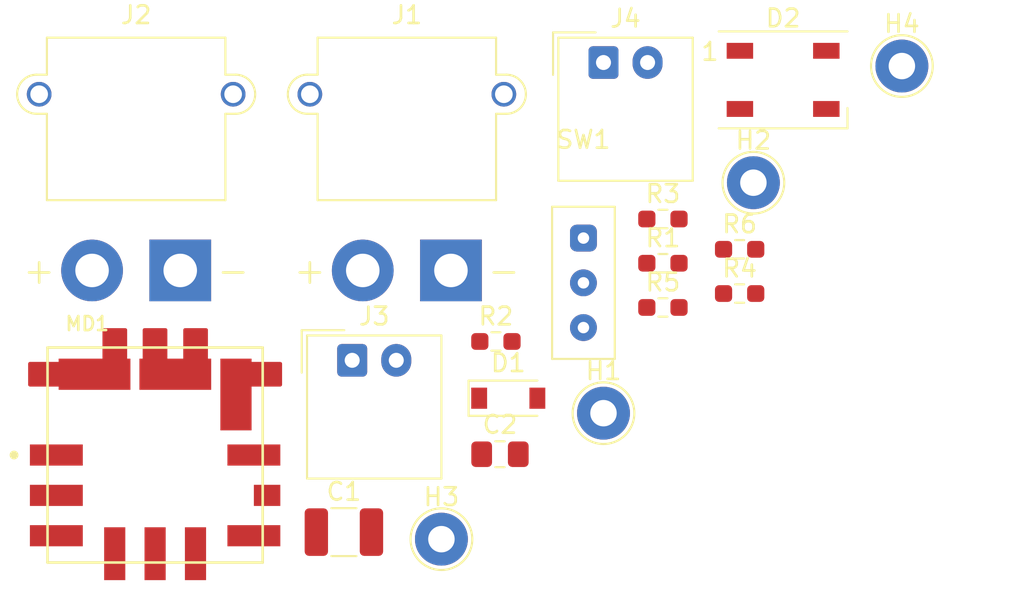
<source format=kicad_pcb>
(kicad_pcb (version 20211014) (generator pcbnew)
  (layers (0 "F.Cu" signal) (31 "B.Cu" signal) (34 "B.Paste" user) (35 "F.Paste" user) (36 "B.SilkS" user "B.Silkscreen") (37 "F.SilkS" user "F.Silkscreen") (38 "B.Mask" user) (39 "F.Mask" user) (44 "Edge.Cuts" user))
  (net 0 "")
  (net 1 "+12V")
  (net 2 "GND")
  (net 3 "+5V")
  (net 4 "DOUT")
  (net 5 "LED_Board")
  (net 6 "DIN")
  (net 7 "Net-(MD1-Pad1)")
  (net 8 "Net-(MD1-Pad6)")
  (net 11 "Net-(MD1-Pad10)")
  (net 14 "Net-(R3-Pad2)")
  (net 15 "Net-(R4-Pad1)")
  (footprint "Connector_AMASS:AMASS_XT30PW-M_1x02_P2.50mm_Horizontal" (layer "F.Cu") (at 96.72 73.15)
    (fp_text reference "J2" (at -2.5 -14.5) (layer "F.SilkS"))
    (fp_text value "Conn_01x02_Female")
    (fp_text user "+" (at -8 0) (layer "F.SilkS") (effects (font (size 1.5 1.5))))
    (fp_text user "-" (at 3 0) (layer "F.SilkS") (effects (font (size 1.5 1.5))))
    (fp_line (start 2.56 -8.89) (end 3.15 -8.89) (layer "F.SilkS") (width 0.12))
    (fp_line (start 2.56 -11.11) (end 3.15 -11.11) (layer "F.SilkS") (width 0.12))
    (fp_line (start -7.56 -8.89) (end -7.56 -3.99) (layer "F.SilkS") (width 0.12))
    (fp_line (start -8.15 -8.89) (end -7.56 -8.89) (layer "F.SilkS") (width 0.12))
    (fp_line (start -7.56 -13.21) (end -7.56 -11.11) (layer "F.SilkS") (width 0.12))
    (fp_line (start -7.56 -3.99) (end 2.56 -3.99) (layer "F.SilkS") (width 0.12))
    (fp_line (start -7.56 -13.21) (end 2.56 -13.21) (layer "F.SilkS") (width 0.12))
    (fp_line (start 2.56 -8.89) (end 2.56 -3.99) (layer "F.SilkS") (width 0.12))
    (fp_line (start -8.15 -11.11) (end -7.56 -11.11) (layer "F.SilkS") (width 0.12))
    (fp_line (start 2.56 -13.21) (end 2.56 -11.11) (layer "F.SilkS") (width 0.12))
    (fp_arc (start 3.15 -11.11) (mid 4.26 -10) (end 3.15 -8.89) (layer "F.SilkS") (width 0.12))
    (fp_arc (start -8.15 -8.89) (mid -9.26 -10) (end -8.15 -11.11) (layer "F.SilkS") (width 0.12))
    (pad "" thru_hole circle (at 3 -10) (size 1.4 1.4) (drill 1) (layers *.Cu *.Mask))
    (pad "" thru_hole circle (at -8 -10) (size 1.4 1.4) (drill 1) (layers *.Cu *.Mask))
    (pad "1" thru_hole rect (at 0 0) (size 3.5 3.5) (drill 1.9) (layers *.Cu *.Mask) (net 2 "GND"))
    (pad "2" thru_hole circle (at -5 0) (size 3.5 3.5) (drill 1.9) (layers *.Cu *.Mask) (net 1 "+12V"))
  )
  (footprint "TestPoint:TestPoint_THTPad_D3.0mm_Drill1.5mm" (layer "F.Cu") (at 120.72 81.25)
    (fp_text reference "H1" (at 0 -2.398) (layer "F.SilkS"))
    (fp_text value "MountingHole_Pad")
    (fp_circle (center 0 0) (end 0 1.75) (layer "F.SilkS") (width 0.12) (fill none))
    (pad "1" thru_hole circle (at 0 0) (size 3 3) (drill 1.5) (layers *.Cu *.Mask) (net 5 "LED_Board"))
  )
  (footprint "Resistor_SMD:R_0603_1608Metric_Pad0.98x0.95mm_HandSolder" (layer "F.Cu") (at 124.09 72.74)
    (fp_text reference "R1" (at 0 -1.43) (layer "F.SilkS"))
    (fp_text value "10k")
    (fp_line (start -0.254724 0.5225) (end 0.254724 0.5225) (layer "F.SilkS") (width 0.12))
    (fp_line (start -0.254724 -0.5225) (end 0.254724 -0.5225) (layer "F.SilkS") (width 0.12))
    (pad "1" smd roundrect (at -0.9125 0) (size 0.975 0.95) (layers "F.Cu" "F.Paste" "F.Mask") (net 1 "+12V"))
    (pad "2" smd roundrect (at 0.9125 0) (size 0.975 0.95) (layers "F.Cu" "F.Paste" "F.Mask") (net 7 "Net-(MD1-Pad1)"))
  )
  (footprint "Capacitor_SMD:C_1210_3225Metric_Pad1.33x2.70mm_HandSolder" (layer "F.Cu") (at 106 88)
    (fp_text reference "C1" (at 0 -2.3) (layer "F.SilkS"))
    (fp_text value "22uF")
    (fp_line (start -0.711252 1.36) (end 0.711252 1.36) (layer "F.SilkS") (width 0.12))
    (fp_line (start -0.711252 -1.36) (end 0.711252 -1.36) (layer "F.SilkS") (width 0.12))
    (pad "1" smd roundrect (at -1.5625 0) (size 1.325 2.7) (layers "F.Cu" "F.Paste" "F.Mask") (roundrect_rratio 0.188679) (net 1 "+12V"))
    (pad "2" smd roundrect (at 1.5625 0) (size 1.325 2.7) (layers "F.Cu" "F.Paste" "F.Mask") (roundrect_rratio 0.188679) (net 2 "GND"))
  )
  (footprint "Connector_AMASS:AMASS_XT30PW-M_1x02_P2.50mm_Horizontal" (layer "F.Cu") (at 112.07 73.15)
    (fp_text reference "J1" (at -2.5 -14.5) (layer "F.SilkS"))
    (fp_text value "Conn_01x02_Female")
    (fp_text user "+" (at -8 0) (layer "F.SilkS") (effects (font (size 1.5 1.5))))
    (fp_text user "-" (at 3 0) (layer "F.SilkS") (effects (font (size 1.5 1.5))))
    (fp_line (start 2.56 -11.11) (end 3.15 -11.11) (layer "F.SilkS") (width 0.12))
    (fp_line (start -7.56 -8.89) (end -7.56 -3.99) (layer "F.SilkS") (width 0.12))
    (fp_line (start 2.56 -8.89) (end 3.15 -8.89) (layer "F.SilkS") (width 0.12))
    (fp_line (start 2.56 -13.21) (end 2.56 -11.11) (layer "F.SilkS") (width 0.12))
    (fp_line (start -7.56 -3.99) (end 2.56 -3.99) (layer "F.SilkS") (width 0.12))
    (fp_line (start -7.56 -13.21) (end 2.56 -13.21) (layer "F.SilkS") (width 0.12))
    (fp_line (start -8.15 -11.11) (end -7.56 -11.11) (layer "F.SilkS") (width 0.12))
    (fp_line (start -7.56 -13.21) (end -7.56 -11.11) (layer "F.SilkS") (width 0.12))
    (fp_line (start 2.56 -8.89) (end 2.56 -3.99) (layer "F.SilkS") (width 0.12))
    (fp_line (start -8.15 -8.89) (end -7.56 -8.89) (layer "F.SilkS") (width 0.12))
    (fp_arc (start -8.15 -8.89) (mid -9.26 -10) (end -8.15 -11.11) (layer "F.SilkS") (width 0.12))
    (fp_arc (start 3.15 -11.11) (mid 4.26 -10) (end 3.15 -8.89) (layer "F.SilkS") (width 0.12))
    (pad "" thru_hole circle (at 3 -10) (size 1.4 1.4) (drill 1) (layers *.Cu *.Mask))
    (pad "" thru_hole circle (at -8 -10) (size 1.4 1.4) (drill 1) (layers *.Cu *.Mask))
    (pad "1" thru_hole rect (at 0 0) (size 3.5 3.5) (drill 1.9) (layers *.Cu *.Mask) (net 2 "GND"))
    (pad "2" thru_hole circle (at -5 0) (size 3.5 3.5) (drill 1.9) (layers *.Cu *.Mask) (net 1 "+12V"))
  )
  (footprint "Capacitor_SMD:C_0805_2012Metric_Pad1.18x1.45mm_HandSolder" (layer "F.Cu") (at 114.85 83.58)
    (fp_text reference "C2" (at 0 -1.68) (layer "F.SilkS"))
    (fp_text value "10uF")
    (fp_line (start -0.261252 0.735) (end 0.261252 0.735) (layer "F.SilkS") (width 0.12))
    (fp_line (start -0.261252 -0.735) (end 0.261252 -0.735) (layer "F.SilkS") (width 0.12))
    (pad "1" smd roundrect (at -1.0375 0) (size 1.175 1.45) (layers "F.Cu" "F.Paste" "F.Mask") (roundrect_rratio 0.212766) (net 3 "+5V"))
    (pad "2" smd roundrect (at 1.0375 0) (size 1.175 1.45) (layers "F.Cu" "F.Paste" "F.Mask") (roundrect_rratio 0.212766) (net 2 "GND"))
  )
  (footprint "TestPoint:TestPoint_THTPad_D3.0mm_Drill1.5mm" (layer "F.Cu") (at 129.22 68.17)
    (fp_text reference "H2" (at 0 -2.398) (layer "F.SilkS"))
    (fp_text value "MountingHole_Pad")
    (fp_circle (center 0 0) (end 0 1.75) (layer "F.SilkS") (width 0.12) (fill none))
    (pad "1" thru_hole circle (at 0 0) (size 3 3) (drill 1.5) (layers *.Cu *.Mask) (net 3 "+5V"))
  )
  (footprint "Connector_Molex:Molex_SPOX_5268-02A_1x02_P2.50mm_Horizontal" (layer "F.Cu") (at 120.72 61.35)
    (fp_text reference "J4" (at 1.25 -2.5) (layer "F.SilkS"))
    (fp_text value "Conn_01x02_Female")
    (fp_line (start -2.86 -1.71) (end -0.45 -1.71) (layer "F.SilkS") (width 0.12))
    (fp_line (start -2.56 -1.41) (end -2.56 6.71) (layer "F.SilkS") (width 0.12))
    (fp_line (start 5.06 6.71) (end 5.06 -1.41) (layer "F.SilkS") (width 0.12))
    (fp_line (start 5.06 -1.41) (end -2.56 -1.41) (layer "F.SilkS") (width 0.12))
    (fp_line (start -2.86 0.7) (end -2.86 -1.71) (layer "F.SilkS") (width 0.12))
    (fp_line (start -2.56 6.71) (end 5.06 6.71) (layer "F.SilkS") (width 0.12))
    (pad "1" thru_hole roundrect (at 0 0) (size 1.7 1.85) (drill 0.85) (layers *.Cu *.Mask) (roundrect_rratio 0.147059) (net 2 "GND"))
    (pad "2" thru_hole oval (at 2.5 0) (size 1.7 1.85) (drill 0.85) (layers *.Cu *.Mask) (net 4 "DOUT"))
  )
  (footprint "Resistor_SMD:R_0603_1608Metric_Pad0.98x0.95mm_HandSolder" (layer "F.Cu") (at 128.44 74.46)
    (fp_text reference "R4" (at 0 -1.43) (layer "F.SilkS"))
    (fp_text value "330")
    (fp_line (start -0.254724 0.5225) (end 0.254724 0.5225) (layer "F.SilkS") (width 0.12))
    (fp_line (start -0.254724 -0.5225) (end 0.254724 -0.5225) (layer "F.SilkS") (width 0.12))
    (pad "1" smd roundrect (at -0.9125 0) (size 0.975 0.95) (layers "F.Cu" "F.Paste" "F.Mask") (net 15 "Net-(R4-Pad1)"))
    (pad "2" smd roundrect (at 0.9125 0) (size 0.975 0.95) (layers "F.Cu" "F.Paste" "F.Mask") (net 14 "Net-(R3-Pad2)"))
  )
  (footprint "Connector_Molex:Molex_SPOX_5268-02A_1x02_P2.50mm_Horizontal" (layer "F.Cu") (at 106.47 78.25)
    (fp_text reference "J3" (at 1.25 -2.5) (layer "F.SilkS"))
    (fp_text value "Conn_01x02_Female")
    (fp_line (start 5.06 6.71) (end 5.06 -1.41) (layer "F.SilkS") (width 0.12))
    (fp_line (start -2.56 6.71) (end 5.06 6.71) (layer "F.SilkS") (width 0.12))
    (fp_line (start 5.06 -1.41) (end -2.56 -1.41) (layer "F.SilkS") (width 0.12))
    (fp_line (start -2.86 -1.71) (end -0.45 -1.71) (layer "F.SilkS") (width 0.12))
    (fp_line (start -2.56 -1.41) (end -2.56 6.71) (layer "F.SilkS") (width 0.12))
    (fp_line (start -2.86 0.7) (end -2.86 -1.71) (layer "F.SilkS") (width 0.12))
    (pad "1" thru_hole roundrect (at 0 0) (size 1.7 1.85) (drill 0.85) (layers *.Cu *.Mask) (roundrect_rratio 0.147059) (net 2 "GND"))
    (pad "2" thru_hole oval (at 2.5 0) (size 1.7 1.85) (drill 0.85) (layers *.Cu *.Mask) (net 6 "DIN"))
  )
  (footprint "TestPoint:TestPoint_THTPad_D3.0mm_Drill1.5mm" (layer "F.Cu") (at 137.64 61.55)
    (fp_text reference "H4" (at 0 -2.398) (layer "F.SilkS"))
    (fp_text value "MountingHole_Pad")
    (fp_circle (center 0 0) (end 0 1.75) (layer "F.SilkS") (width 0.12) (fill none))
    (pad "1" thru_hole circle (at 0 0) (size 3 3) (drill 1.5) (layers *.Cu *.Mask) (net 6 "DIN"))
  )
  (footprint "Slide_Switch:3P_SPDT_SlideSwitch" (layer "F.Cu") (at 119.583 73.853)
    (fp_text reference "SW1" (at 0 -8.128 unlocked) (layer "F.SilkS"))
    (fp_text value "SW_SPDT")
    (fp_line (start 1.778 -4.318) (end 1.778 4.318) (layer "F.SilkS") (width 0.12))
    (fp_line (start -1.778 -4.318) (end 1.778 -4.318) (layer "F.SilkS") (width 0.12))
    (fp_line (start 1.778 4.318) (end -1.778 4.318) (layer "F.SilkS") (width 0.12))
    (fp_line (start -1.778 4.318) (end -1.778 -4.318) (layer "F.SilkS") (width 0.12))
    (pad "1" thru_hole roundrect (at 0 -2.54) (size 1.524 1.524) (drill 0.65) (layers *.Cu *.Mask) (net 7 "Net-(MD1-Pad1)"))
    (pad "2" thru_hole circle (at 0 0) (size 1.524 1.524) (drill 0.65) (layers *.Cu *.Mask) (net 2 "GND"))
    (pad "3" thru_hole circle (at 0 2.54) (size 1.524 1.524) (drill 0.65) (layers *.Cu *.Mask))
  )
  (footprint "Resistor_SMD:R_0603_1608Metric_Pad0.98x0.95mm_HandSolder" (layer "F.Cu") (at 114.62 77.18)
    (fp_text reference "R2" (at 0 -1.43) (layer "F.SilkS"))
    (fp_text value "100k")
    (fp_line (start -0.254724 -0.5225) (end 0.254724 -0.5225) (layer "F.SilkS") (width 0.12))
    (fp_line (start -0.254724 0.5225) (end 0.254724 0.5225) (layer "F.SilkS") (width 0.12))
    (pad "1" smd roundrect (at -0.9125 0) (size 0.975 0.95) (layers "F.Cu" "F.Paste" "F.Mask") (net 11 "Net-(MD1-Pad10)"))
    (pad "2" smd roundrect (at 0.9125 0) (size 0.975 0.95) (layers "F.Cu" "F.Paste" "F.Mask") (net 3 "+5V"))
  )
  (footprint "Resistor_SMD:R_0603_1608Metric_Pad0.98x0.95mm_HandSolder" (layer "F.Cu") (at 124.09 75.25)
    (fp_text reference "R5" (at 0 -1.43) (layer "F.SilkS"))
    (fp_text value "10")
    (fp_line (start -0.254724 -0.5225) (end 0.254724 -0.5225) (layer "F.SilkS") (width 0.12))
    (fp_line (start -0.254724 0.5225) (end 0.254724 0.5225) (layer "F.SilkS") (width 0.12))
    (pad "1" smd roundrect (at -0.9125 0) (size 0.975 0.95) (layers "F.Cu" "F.Paste" "F.Mask") (net 15 "Net-(R4-Pad1)"))
    (pad "2" smd roundrect (at 0.9125 0) (size 0.975 0.95) (layers "F.Cu" "F.Paste" "F.Mask") (net 2 "GND"))
  )
  (footprint "Diode_SMD:D_SOD-123" (layer "F.Cu") (at 115.32 80.4)
    (fp_text reference "D1" (at 0 -2) (layer "F.SilkS"))
    (fp_text value "D")
    (fp_line (start -2.25 -1) (end -2.25 1) (layer "F.SilkS") (width 0.12))
    (fp_line (start -2.25 -1) (end 1.65 -1) (layer "F.SilkS") (width 0.12))
    (fp_line (start -2.25 1) (end 1.65 1) (layer "F.SilkS") (width 0.12))
    (pad "1" smd rect (at -1.65 0) (size 0.9 1.2) (layers "F.Cu" "F.Paste" "F.Mask") (net 1 "+12V"))
    (pad "2" smd rect (at 1.65 0) (size 0.9 1.2) (layers "F.Cu" "F.Paste" "F.Mask") (net 3 "+5V"))
  )
  (footprint "DCDC_Regulator:MURATA_OKL-T-6-W12N-C" (layer "F.Cu") (at 95.295 83.625)
    (fp_text reference "MD1" (at -3.85 -7.45) (layer "F.SilkS") (effects (font (size 0.787402 0.787402))))
    (fp_text value "OKL-T/6-W12N-C")
    (fp_line (start 6.1 6.1) (end 6.1 -6.1) (layer "F.SilkS") (width 0.15))
    (fp_line (start -6.1 -6.1) (end 6.1 -6.1) (layer "F.SilkS") (width 0.15))
    (fp_line (start -6.1 6.1) (end 6.1 6.1) (layer "F.SilkS") (width 0.15))
    (fp_line (start -6.1 6.1) (end -6.1 -6.1) (layer "F.SilkS") (width 0.15))
    (fp_circle (center -8 0) (end -7.75 0) (layer "F.SilkS") (width 0) (fill solid))
    (pad "1" smd rect (at -5.6 0) (size 3 1.2) (layers "F.Cu" "F.Paste" "F.Mask") (net 7 "Net-(MD1-Pad1)"))
    (pad "2" smd custom (at -3.435 -4.585 270) (size 1.77 4.07) (layers "F.Cu" "F.Paste" "F.Mask") (net 1 "+12V") (options (clearance outline) (anchor rect)) (primitives (gr_poly (pts (xy -0.885 -1.75) (xy -2.515 -1.75) (xy -2.515 -0.55) (xy -0.885 -0.55)) (width 0.2) (fill yes)) (gr_poly (pts (xy -0.6 3.665) (xy -0.6 2.035) (xy 0.6 2.035) (xy 0.6 3.665)) (width 0.2) (fill yes))))
    (pad "3" smd custom (at 1.145 -4.585) (size 4.07 1.77) (layers "F.Cu" "F.Paste" "F.Mask") (net 2 "GND") (options (clearance outline) (anchor rect)) (primitives (gr_poly (pts (xy 0.55 -2.515) (xy 1.75 -2.515) (xy 1.75 -0.885) (xy 0.55 -0.885)) (width 0.2) (fill yes)) (gr_poly (pts (xy -0.55 -2.515) (xy -1.75 -2.515) (xy -1.75 -0.885) (xy -0.55 -0.885)) (width 0.2) (fill yes))))
    (pad "4" smd custom (at 4.585 -3.435) (size 1.77 4.07) (layers "F.Cu" "F.Paste" "F.Mask") (net 3 "+5V") (options (clearance outline) (anchor rect)) (primitives (gr_poly (pts (xy 0.885 -1.75) (xy 2.515 -1.75) (xy 2.515 -0.55) (xy 0.885 -0.55)) (width 0.2) (fill yes))))
    (pad "5" smd rect (at 5.6 0) (size 3 1.2) (layers "F.Cu" "F.Paste" "F.Mask") (net 3 "+5V"))
    (pad "6" smd rect (at 5.6 4.58) (size 3 1.2) (layers "F.Cu" "F.Paste" "F.Mask") (net 8 "Net-(MD1-Pad6)"))
    (pad "7" smd rect (at 0 5.6) (size 1.2 3) (layers "F.Cu" "F.Paste" "F.Mask") (net 2 "GND"))
    (pad "8" smd rect (at -2.29 5.6) (size 1.2 3) (layers "F.Cu" "F.Paste" "F.Mask"))
    (pad "9" smd rect (at -5.6 4.58) (size 3 1.2) (layers "F.Cu" "F.Paste" "F.Mask"))
    (pad "10" smd rect (at -5.6 2.29) (size 3 1.2) (layers "F.Cu" "F.Paste" "F.Mask") (net 11 "Net-(MD1-Pad10)"))
    (pad "11" smd rect (at 6.35 2.29) (size 1.5 1.2) (layers "F.Cu" "F.Paste" "F.Mask"))
    (pad "12" smd rect (at 2.29 5.6) (size 1.2 3) (layers "F.Cu" "F.Paste" "F.Mask"))
  )
  (footprint "LED_SMD:LED_WS2812B_PLCC4_5.0x5.0mm_P3.2mm" (layer "F.Cu") (at 130.905 62.335)
    (fp_text reference "D2" (at 0 -3.5) (layer "F.SilkS"))
    (fp_text value "WS2812B")
    (fp_text user "1" (at -4.15 -1.6) (layer "F.SilkS"))
    (fp_line (start 3.65 2.75) (end 3.65 1.6) (layer "F.SilkS") (width 0.12))
    (fp_line (start -3.65 -2.75) (end 3.65 -2.75) (layer "F.SilkS") (width 0.12))
    (fp_line (start -3.65 2.75) (end 3.65 2.75) (layer "F.SilkS") (width 0.12))
    (pad "1" smd rect (at -2.45 -1.65) (size 1.5 0.9) (layers "F.Cu" "F.Paste" "F.Mask") (net 3 "+5V"))
    (pad "2" smd rect (at -2.45 1.65) (size 1.5 0.9) (layers "F.Cu" "F.Paste" "F.Mask") (net 4 "DOUT"))
    (pad "3" smd rect (at 2.45 1.65) (size 1.5 0.9) (layers "F.Cu" "F.Paste" "F.Mask") (net 2 "GND"))
    (pad "4" smd rect (at 2.45 -1.65) (size 1.5 0.9) (layers "F.Cu" "F.Paste" "F.Mask") (net 5 "LED_Board"))
  )
  (footprint "Resistor_SMD:R_0603_1608Metric_Pad0.98x0.95mm_HandSolder" (layer "F.Cu") (at 128.44 71.95)
    (fp_text reference "R6" (at 0 -1.43) (layer "F.SilkS"))
    (fp_text value "1.2k")
    (fp_line (start -0.254724 -0.5225) (end 0.254724 -0.5225) (layer "F.SilkS") (width 0.12))
    (fp_line (start -0.254724 0.5225) (end 0.254724 0.5225) (layer "F.SilkS") (width 0.12))
    (pad "1" smd roundrect (at -0.9125 0) (size 0.975 0.95) (layers "F.Cu" "F.Paste" "F.Mask") (net 2 "GND"))
    (pad "2" smd roundrect (at 0.9125 0) (size 0.975 0.95) (layers "F.Cu" "F.Paste" "F.Mask") (net 3 "+5V"))
  )
  (footprint "Resistor_SMD:R_0603_1608Metric_Pad0.98x0.95mm_HandSolder" (layer "F.Cu") (at 124.09 70.23)
    (fp_text reference "R3" (at 0 -1.43) (layer "F.SilkS"))
    (fp_text value "1k")
    (fp_line (start -0.254724 0.5225) (end 0.254724 0.5225) (layer "F.SilkS") (width 0.12))
    (fp_line (start -0.254724 -0.5225) (end 0.254724 -0.5225) (layer "F.SilkS") (width 0.12))
    (pad "1" smd roundrect (at -0.9125 0) (size 0.975 0.95) (layers "F.Cu" "F.Paste" "F.Mask") (net 8 "Net-(MD1-Pad6)"))
    (pad "2" smd roundrect (at 0.9125 0) (size 0.975 0.95) (layers "F.Cu" "F.Paste" "F.Mask") (net 14 "Net-(R3-Pad2)"))
  )
  (footprint "TestPoint:TestPoint_THTPad_D3.0mm_Drill1.5mm" (layer "F.Cu") (at 111.53 88.4)
    (fp_text reference "H3" (at 0 -2.398) (layer "F.SilkS"))
    (fp_text value "MountingHole_Pad")
    (fp_circle (center 0 0) (end 0 1.75) (layer "F.SilkS") (width 0.12) (fill none))
    (pad "1" thru_hole circle (at 0 0) (size 3 3) (drill 1.5) (layers *.Cu *.Mask) (net 2 "GND"))
  )
)
</source>
